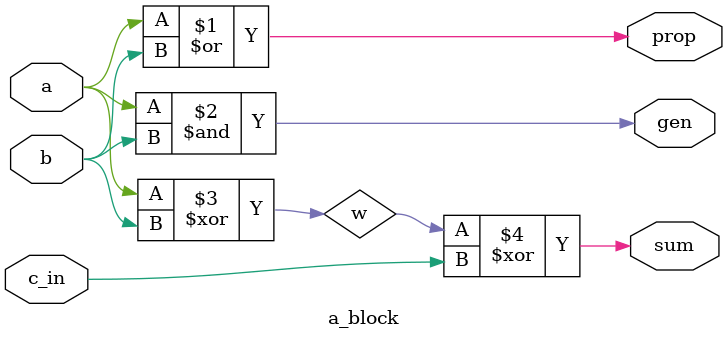
<source format=v>
`timescale 1ns / 1ps
module a_block(sum, gen, prop, c_in, a, b);

   input a, b, c_in;
   output sum, gen, prop;
	wire w;

   or (prop, a, b);
   and (gen, a, b);
   xor (w, a, b);
	xor (sum, w, c_in);

endmodule

</source>
